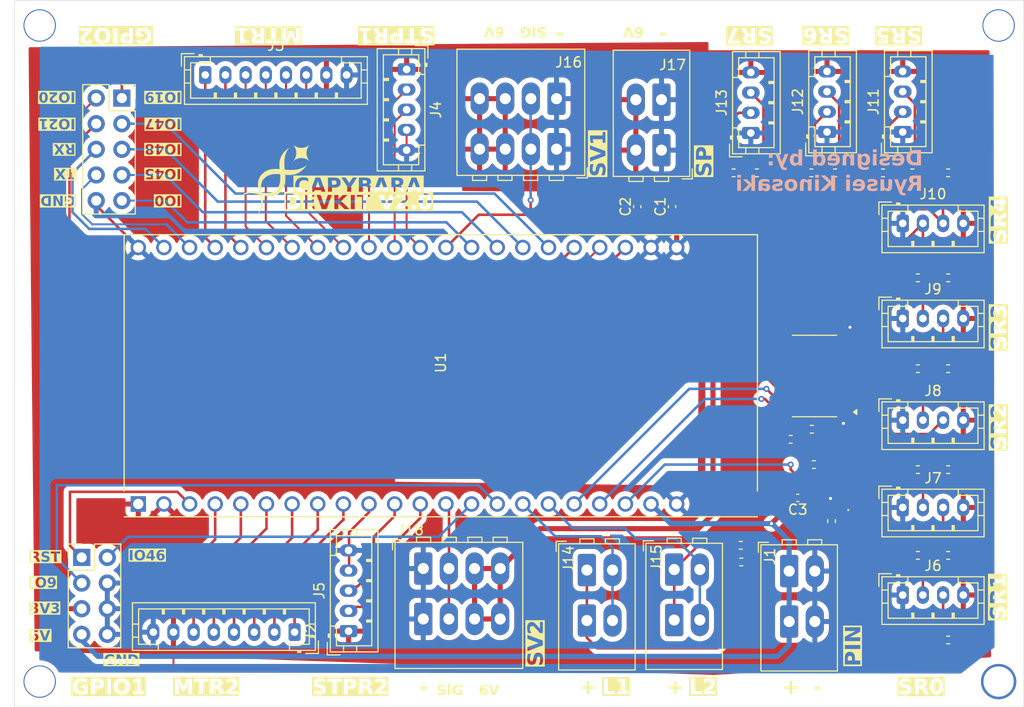
<source format=kicad_pcb>
(kicad_pcb (version 20241229) (generator "pcbnew") (generator_version "9.0")
  (layers (0 "F.Cu" signal) (2 "B.Cu" signal) (13 "F.Paste" user) (15 "B.Paste" user) (5 "F.SilkS" user "F.Silkscreen") (7 "B.SilkS" user "B.Silkscreen") (1 "F.Mask" user) (3 "B.Mask" user) (25 "Edge.Cuts" user))
  (net 0 "")
  (net 1 "+6V")
  (net 2 "GND")
  (net 3 "+5V")
  (net 4 "Net-(D1-A)")
  (net 5 "/IN2_L")
  (net 6 "/IN1_L")
  (net 7 "/IN3_L")
  (net 8 "/ENB_L")
  (net 9 "/IN4_L")
  (net 10 "/ENA_L")
  (net 11 "/ENB_R")
  (net 12 "/IN3_R")
  (net 13 "/IN4_R")
  (net 14 "/IN2_R")
  (net 15 "/IN1_R")
  (net 16 "/ENA_R")
  (net 17 "+3.3V")
  (net 18 "/STPR_DIR1")
  (net 19 "/STPR_EN1")
  (net 20 "/STPR_PUL1")
  (net 21 "/STPR_EN2")
  (net 22 "/STPR_DIR2")
  (net 23 "/STPR_PUL2")
  (net 24 "/SDA0")
  (net 25 "/SCL0")
  (net 26 "/SCL1")
  (net 27 "/SDA1")
  (net 28 "/SDA2")
  (net 29 "/SCL2")
  (net 30 "/SDA3")
  (net 31 "/SCL3")
  (net 32 "/SCL4")
  (net 33 "/SDA4")
  (net 34 "/SCL5")
  (net 35 "/SDA5")
  (net 36 "/SCL6")
  (net 37 "/SDA6")
  (net 38 "/SDA7")
  (net 39 "/SCL7")
  (net 40 "Net-(J14-Pin_1)")
  (net 41 "/LimSwitch_IN1")
  (net 42 "Net-(J15-Pin_1)")
  (net 43 "/SERVO_PWM1")
  (net 44 "/SERVO_PWM2")
  (net 45 "/SCL")
  (net 46 "/SDA")
  (net 47 "/Tx")
  (net 48 "/IO47")
  (net 49 "/IO0")
  (net 50 "/IO19")
  (net 51 "/IO45")
  (net 52 "/IO9")
  (net 53 "/IO48")
  (net 54 "/IO46")
  (net 55 "/IO21")
  (net 56 "/LimSwitch_IN2")
  (net 57 "/Rx")
  (net 58 "/IO20")
  (net 59 "/RST_ESP")
  (net 60 "/RST")
  (footprint "Connector_JST:JST_PH_B4B-PH-K_1x04_P2.00mm_Vertical" (layer "F.Cu") (at 213.5 109.75)
    (property "Reference" "J7")
    (property "Value" "Conn_01x04")
  )
  (footprint "TerminalBlock_WAGO:TerminalBlock_WAGO_233-504_2x04_P2.54mm" (layer "F.Cu") (at 179.2 74.25 180)
    (property "Reference" "J16")
    (property "Value" "Conn_01x04")
  )
  (footprint "Resistor_SMD:R_0402_1005Metric" (layer "F.Cu") (at 197.5 115.15)
    (property "Reference" "R20" (hide yes))
    (property "Value" "4.7kR")
  )
  (footprint "Resistor_SMD:R_0402_1005Metric" (layer "F.Cu") (at 214.45 76.6)
    (property "Reference" "R14" (hide yes))
    (property "Value" "4.7kR")
  )
  (footprint "Resistor_SMD:R_0402_1005Metric" (layer "F.Cu") (at 197.45 113.5)
    (property "Reference" "R21" (hide yes))
    (property "Value" "4.7kR")
  )
  (footprint "Resistor_SMD:R_0402_1005Metric" (layer "F.Cu") (at 211.55 76.6)
    (property "Reference" "R15" (hide yes))
    (property "Value" "4.7kR")
  )
  (footprint "Resistor_SMD:R_0402_1005Metric" (layer "F.Cu") (at 196.75 76.6)
    (property "Reference" "R19" (hide yes))
    (property "Value" "4.7kR")
  )
  (footprint "Resistor_SMD:R_0402_1005Metric" (layer "F.Cu") (at 215 96)
    (property "Reference" "R9" (hide yes))
    (property "Value" "4.7kR")
  )
  (footprint "Connector_JST:JST_PH_B4B-PH-K_1x04_P2.00mm_Vertical" (layer "F.Cu") (at 213.5 81.6)
    (property "Reference" "J10")
    (property "Value" "Conn_01x04")
  )
  (footprint "Connector_JST:JST_PH_B4B-PH-K_1x04_P2.00mm_Vertical" (layer "F.Cu") (at 198.45 72.65 90)
    (property "Reference" "J13")
    (property "Value" "Conn_01x04")
  )
  (footprint "TerminalBlock_WAGO:TerminalBlock_WAGO_233-502_2x02_P2.54mm" (layer "F.Cu") (at 189.6 74.35 180)
    (property "Reference" "J17")
    (property "Value" "Conn_01x02")
  )
  (footprint "Resistor_SMD:R_0402_1005Metric" (layer "F.Cu") (at 215 87)
    (property "Reference" "R13" (hide yes))
    (property "Value" "4.7kR")
  )
  (footprint "Capacitor_SMD:C_0402_1005Metric" (layer "F.Cu") (at 187.2 79.95 90)
    (property "Reference" "C2")
    (property "Value" "47uF")
  )
  (footprint "Resistor_SMD:R_0402_1005Metric" (layer "F.Cu") (at 218 76.6)
    (property "Reference" "R12" (hide yes))
    (property "Value" "4.7kR")
  )
  (footprint "Resistor_SMD:R_0402_1005Metric" (layer "F.Cu") (at 204.7 105.5)
    (property "Reference" "R22" (hide yes))
    (property "Value" "4.7kR")
  )
  (footprint "CapyController-Footprints:XCVR_ESP32-S3-DEVKITC-1-N8R2" (layer "F.Cu") (at 167.735 95.425 90)
    (property "Reference" "U1")
    (property "Value" "ESP32-S3-DEVKITC-1-N8R2")
  )
  (footprint "Connector_JST:JST_PH_B4B-PH-K_1x04_P2.00mm_Vertical" (layer "F.Cu") (at 206 72.55 90)
    (property "Reference" "J12")
    (property "Value" "Conn_01x04")
  )
  (footprint "Connector_JST:JST_PH_B4B-PH-K_1x04_P2.00mm_Vertical" (layer "F.Cu") (at 213.5 101.1)
    (property "Reference" "J8")
    (property "Value" "Conn_01x04")
  )
  (footprint "Resistor_SMD:R_0402_1005Metric" (layer "F.Cu") (at 218 114.5)
    (property "Reference" "R6" (hide yes))
    (property "Value" "4.7kR")
  )
  (footprint "Capacitor_SMD:C_0402_1005Metric" (layer "F.Cu") (at 190.65 79.95 90)
    (property "Reference" "C1")
    (property "Value" "100nF")
  )
  (footprint "Package_SO:TSSOP-24_4.4x7.8mm_P0.65mm" (layer "F.Cu") (at 204.7625 96.725 180)
    (property "Reference" "U2" (hide yes))
    (property "Value" "TCA9548APWR")
  )
  (footprint "CapyPower_Footprints:IPRL_Helix_14mm" (layer "F.Cu") (at 151.15 77.4)
    (property "Reference" "G***" (hide yes))
    (property "Value" "LOGO" (hide yes))
  )
  (footprint "Connector_PinHeader_2.54mm:PinHeader_2x04_P2.54mm_Vertical" (layer "F.Cu") (at 132.16 114.7)
    (property "Reference" "J19" (hide yes))
    (property "Value" "Conn_02x04_Top_Bottom")
  )
  (footprint "LED_SMD:LED_0402_1005Metric" (layer "F.Cu") (at 208.1 111.1 -90)
    (property "Reference" "D1" (hide yes))
    (property "Value" "LED" (hide yes))
  )
  (footprint "Connector_JST:JST_PH_B5B-PH-K_1x05_P2.00mm_Vertical" (layer "F.Cu") (at 164.35 66.35 -90)
    (property "Reference" "J4")
    (property "Value" "Conn_01x04")
  )
  (footprint "Connector_JST:JST_PH_B8B-PH-K_1x08_P2.00mm_Vertical" (layer "F.Cu") (at 144.4 66.9)
    (property "Reference" "J3")
    (property "Value" "Conn_01x08")
  )
  (footprint "Connector_JST:JST_PH_B8B-PH-K_1x08_P2.00mm_Vertical" (layer "F.Cu") (at 153.25 122.1 180)
    (property "Reference" "J2")
    (property "Value" "Conn_01x08")
  )
  (footprint "Resistor_SMD:R_0402_1005Metric" (layer "F.Cu") (at 206.8 76.6)
    (property "Reference" "R16" (hide yes))
    (property "Value" "4.7kR")
  )
  (footprint "Resistor_SMD:R_0402_1005Metric" (layer "F.Cu") (at 206.45 111.1 90)
    (property "Reference" "R1" (hide yes))
    (property "Value" "140R" (hide yes))
  )
  (footprint "Resistor_SMD:R_0402_1005Metric" (layer "F.Cu") (at 204.5 102 180)
    (property "Reference" "R2" (hide yes))
    (property "Value" "4.7kR" (hide yes))
  )
  (footprint "Resistor_SMD:R_0402_1005Metric" (layer "F.Cu") (at 204.45 76.6)
    (property "Reference" "R17" (hide yes))
    (property "Value" "4.7kR")
  )
  (footprint "Connector_JST:JST_PH_B4B-PH-K_1x04_P2.00mm_Vertical" (layer "F.Cu") (at 213.5 91.025)
    (property "Reference" "J9")
    (property "Value" "Conn_01x04")
  )
  (footprint "Resistor_SMD:R_0402_1005Metric" (layer "F.Cu") (at 215 114.5)
    (property "Reference" "R5" (hide yes))
    (property "Value" "4.7kR")
  )
  (footprint "TerminalBlock_WAGO:TerminalBlock_WAGO_233-502_2x02_P2.54mm" (layer "F.Cu") (at 182.21 115.95)
    (property "Reference" "J14")
    (property "Value" "Conn_01x02")
  )
  (footprint "Resistor_SMD:R_0402_1005Metric" (layer "F.Cu") (at 215 106)
    (property "Reference" "R7" (hide yes))
    (property "Value" "4.7kR")
  )
  (footprint "Connector_JST:JST_PH_B4B-PH-K_1x04_P2.00mm_Vertical" (layer "F.Cu") (at 213.5 72.55 90)
    (property "Reference" "J11")
    (property "Value" "Conn_01x04")
  )
  (footprint "Resistor_SMD:R_0402_1005Metric" (layer "F.Cu") (at 218 87 180)
    (property "Reference" "R11" (hide yes))
    (property "Value" "4.7kR")
  )
  (footprint "Capacitor_SMD:C_0402_1005Metric" (layer "F.Cu") (at 203.1 108.8 180)
    (property "Reference" "C3")
    (property "Value" "47uF")
  )
  (footprint "TerminalBlock_WAGO:TerminalBlock_WAGO_233-502_2x02_P2.54mm" (layer "F.Cu") (at 190.86 115.9)
    (property "Reference" "J15")
    (property "Value" "Conn_01x02")
  )
  (footprint "Connector_JST:JST_PH_B4B-PH-K_1x04_P2.00mm_Vertical" (layer "F.Cu") (at 213.5 118.425)
    (property "Reference" "J6")
    (property "Value" "Conn_01x04")
  )
  (footprint "Connector_PinSocket_2.54mm:PinSocket_2x05_P2.54mm_Vertical" (layer "F.Cu") (at 136.14 69.19)
    (property "Reference" "J20" (hide yes))
    (property "Value" "Conn_02x05_Top_Bottom")
  )
  (footprint "Resistor_SMD:R_0402_1005Metric" (layer "F.Cu") (at 199.05 76.6)
    (property "Reference" "R18" (hide yes))
    (property "Value" "4.7kR")
  )
  (footprint "Resistor_SMD:R_0402_1005Metric" (layer "F.Cu") (at 218 122.875)
    (property "Reference" "R4" (hide yes))
    (property "Value" "4.7kR")
  )
  (footprint "Connector_JST:JST_PH_B5B-PH-K_1x05_P2.00mm_Vertical" (layer "F.Cu") (at 158.6 122 90)
    (property "Reference" "J5")
    (property "Value" "Conn_01x04")
  )
  (footprint "TerminalBlock_WAGO:TerminalBlock_WAGO_233-504_2x04_P2.54mm" (layer "F.Cu") (at 166 115.8)
    (property "Reference" "J18")
    (property "Value" "Conn_01x04")
  )
  (footprint "Resistor_SMD:R_0402_1005Metric" (layer "F.Cu") (at 218 96)
    (property "Reference" "R10" (hide yes))
    (property "Value" "4.7kR")
  )
  (footprint "TerminalBlock_WAGO:TerminalBlock_WAGO_233-502_2x02_P2.54mm" (layer "F.Cu") (at 202.25 116.05)
    (property "Reference" "J1")
    (property "Value" "Conn_01x02")
  )
  (footprint "Resistor_SMD:R_0402_1005Metric" (layer "F.Cu") (at 202.4 103)
    (property "Reference" "R3" (hide yes))
    (property "Value" "4.7kR" (hide yes))
  )
  (footprint "Resistor_SMD:R_0402_1005Metric" (layer "F.Cu") (at 218 106)
    (property "Reference" "R8" (hide yes))
    (property "Value" "4.7kR")
  )
  (gr_rect (start 125.5 59.5) (end 225.5 129.5) (stroke (width 0.05)) (fill no) (layer "Edge.Cuts"))
  (gr_text "GND" (at 134.35 125.5 0) (layer "F.SilkS" knockout) (effects (font (size 1 1) (thickness 0.25) (bold yes)) (justify left bottom)))
  (gr_text "RX" (at 131.55 73.6 180) (layer "F.SilkS" knockout) (effects (font (size 1 1) (thickness 0.25) (bold yes)) (justify left bottom)))
  (gr_text "CAPYBARA" (at 153.2 78.85 0) (layer "F.SilkS" knockout) (effects (font (size 1.5 1.5) (thickness 0.3) (bold yes)) (justify left bottom)))
  (gr_text "IO0" (at 142.05 78.7 180) (layer "F.SilkS" knockout) (effects (font (size 1 1) (thickness 0.25) (bold yes)) (justify left bottom)))
  (gr_text "SIG" (at 178.25 62 180) (layer "F.SilkS") (effects (font (size 1 1) (thickness 0.25) (bold yes)) (justify left bottom)))
  (gr_text "GND" (at 131.55 78.7 180) (layer "F.SilkS" knockout) (effects (font (size 1 1) (thickness 0.25) (bold yes)) (justify left bottom)))
  (gr_text "IO48" (at 142.05 73.6 180) (layer "F.SilkS" knockout) (effects (font (size 1 1) (thickness 0.25) (bold yes)) (justify left bottom)))
  (gr_text "+" (at 190.1 128.5 0) (layer "F.SilkS") (effects (font (size 1.5 1.5) (thickness 0.3) (bold yes)) (justify left bottom)))
  (gr_text "TX" (at 131.55 76.05 180) (layer "F.SilkS" knockout) (effects (font (size 1 1) (thickness 0.25) (bold yes)) (justify left bottom)))
  (gr_text "SV2" (at 178.1 125.5 90) (layer "F.SilkS" knockout) (effects (font (size 1.5 1.5) (thickness 0.3) (bold yes)) (justify left bottom)))
  (gr_text "+" (at 181.45 128.5 0) (layer "F.SilkS") (effects (font (size 1.5 1.5) (thickness 0.3) (bold yes)) (justify left bottom)))
  (gr_text "L1" (at 183.7 128.5 0) (layer "F.SilkS" knockout) (effects (font (size 1.5 1.5) (thickness 0.3) (bold yes)) (justify left bottom)))
  (gr_text "IO47" (at 142.05 71.1 180) (layer "F.SilkS" knockout) (effects (font (size 1 1) (thickness 0.25) (bold yes)) (justify left bottom)))
  (gr_text "SR3" (at 224 94.2 90) (layer "F.SilkS" knockout) (effects (font (size 1.5 1.5) (thickness 0.3) (bold yes)) (justify left bottom)))
  (gr_text "L2" (at 192.3 128.5 0) (layer "F.SilkS" knockout) (effects (font (size 1.5 1.5) (thickness 0.3) (bold yes)) (justify left bottom)))
  (gr_text "GPIO2" (at 139.15 62 180) (layer "F.SilkS" knockout) (effects (font (size 1.5 1.5) (thickness 0.3) (bold yes)) (justify left bottom)))
  (gr_text "IO45" (at 142.05 76.05 180) (layer "F.SilkS" knockout) (effects (font (size 1 1) (thickness 0.25) (bold yes)) (justify left bottom)))
  (gr_text "SR1" (at 223.925 120.925 90) (layer "F.SilkS" knockout) (effects (font (size 1.5 1.5) (thickness 0.3) (bold yes)) (justify left bottom)))
  (gr_text "-" (at 179.95 62 180) (layer "F.SilkS") (effects (font (size 1.5 1.5) (thickness 0.3) (bold yes)) (justify left bottom)))
  (gr_text "-" (at 165.65 128.5 0) (layer "F.SilkS") (effects (font (size 1.5 1.5) (thickness 0.3) (bold yes)) (justify left bottom)))
  (gr_text "SR2" (at 224 104.1 90) (layer "F.SilkS" knockout) (effects (font (size 1.5 1.5) (thickness 0.3) (bold yes)) (justify left bottom)))
  (gr_text "IO9" (at 127 117.85 0) (layer "F.SilkS" knockout) (effects (font (size 1 1) (thickness 0.25) (bold yes)) (justify left bottom)))
  (gr_text "6V" (at 187.85 62 180) (layer "F.SilkS") (effects (font (size 1 1) (thickness 0.25) (bold yes)) (justify left bottom)))
  (gr_text "SR7" (at 200.6 62 180) (layer "F.SilkS" knockout) (effects (font (size 1.5 1.5) (thickness 0.3) (bold yes)) (justify left bottom)))
  (gr_text "SP" (at 194.8 77 90) (layer "F.SilkS" knockout) (effects (font (size 1.5 1.5) (thickness 0.3) (bold yes)) (justify left bottom)))
  (gr_text "STPR2" (at 155 128.5 0) (layer "F.SilkS" knockout) (effects (font (size 1.5 1.5) (thickness 0.3) (bold yes)) (justify left bottom)))
  (gr_text "-" (at 190.2 62 180) (layer "F.SilkS") (effects (font (size 1.5 1.5) (thickness 0.3) (bold yes)) (justify left bottom)))
  (gr_text "SR5" (at 215.4 62 180) (layer "F.SilkS" knockout) (effects (font (size 1.5 1.5) (thickness 0.3) (bold yes)) (justify left bottom)))
  (gr_text "GPIO1" (at 131.2 128.5 0) (layer "F.SilkS" knockout) (effects (font (size 1.5 1.5) (thickness 0.3) (bold yes)) (justify left bottom)))
  (gr_text "MTR1" (at 153.95 62 180) (layer "F.SilkS" knockout) (effects (font (size 1.5 1.5) (thickness 0.3) (bold yes)) (justify left bottom)))
  (gr_text "SR6" (at 208.2 62 180) (layer "F.SilkS" knockout) (effects (font (size 1.5 1.5) (thickness 0.3) (bold yes)) (justify left bottom)))
  (gr_text "MTR2" (at 141.2 128.5 0) (layer "F.SilkS" knockout) (effects (font (size 1.5 1.5) (thickness 0.3) (bold yes)) (justify left bottom)))
  (gr_text "IO21" (at 131.55 71.1 180) (layer "F.SilkS" knockout) (effects (font (size 1 1) (thickness 0.25) (bold yes)) (justify left bottom)))
  (gr_text "SIG" (at 167.3 128.5 0) (layer "F.SilkS") (effects (font (size 1 1) (thickness 0.25) (bold yes)) (justify left bottom)))
  (gr_text "-" (at 204.55 128.5 0) (layer "F.SilkS") (effects (font (size 1.5 1.5) (thickness 0.3) (bold yes)) (justify left bottom)))
  (gr_text "6V" (at 171.5 128.5 0) (layer "F.SilkS") (effects (font (size 1 1) (thickness 0.25) (bold yes)) (justify left bottom)))
  (gr_text "+" (at 201.55 128.5 0) (layer "F.SilkS") (effects (font (size 1.5 1.5) (thickness 0.3) (bold yes)) (justify left bottom)))
  (gr_text "PIN" (at 209.55 125.5 90) (layer "F.SilkS" knockout) (effects (font (size 1.5 1.5) (thickness 0.3) (bold yes)) (justify left bottom)))
  (gr_text "RST" (at 127 115.3 0) (layer "F.SilkS" knockout) (effects (font (size 1 1) (thickness 0.25) (bold yes)) (justify left bottom)))
  (gr_text "STPR1" (at 167.1 62 180) (layer "F.SilkS" knockout) (effects (font (size 1.5 1.5) (thickness 0.3) (bold yes)) (justify left bottom)))
  (gr_text "IO19" (at 142.05 68.45 180) (layer "F.SilkS" knockout) (effects (font (size 1 1) (thickness 0.25) (bold yes)) (justify left bottom)))
  (gr_text "IO20" (at 131.55 68.45 180) (layer "F.SilkS" knockout) (effects (font (size 1 1) (thickness 0.25) (bold yes)) (justify left bottom)))
  (gr_text "SR4" (at 224 83.6 90) (layer "F.SilkS" knockout) (effects (font (size 1.5 1.5) (thickness 0.3) (bold yes)) (justify left bottom)))
  (gr_text "6V" (at 174.05 62 180) (layer "F.SilkS") (effects (font (size 1 1) (thickness 0.25) (bold yes)) (justify left bottom)))
  (gr_text "SR0" (at 213 128.5 0) (layer "F.SilkS" knockout) (effects (font (size 1.5 1.5) (thickness 0.3) (bold yes)) (justify left bottom)))
  (gr_text "IO46" (at 136.8 115.15 0) (layer "F.SilkS" knockout) (effects (font (size 1 1) (thickness 0.25) (bold yes)) (justify left bottom)))
  (gr_text "3V3" (at 127 120.4 0) (layer "F.SilkS" knockout) (effects (font (size 1 1) (thickness 0.25) (bold yes)) (justify left bottom)))
  (gr_text "SV1" (at 184.3 77 90) (layer "F.SilkS" knockout) (effects (font (size 1.5 1.5) (thickness 0.3) (bold yes)) (justify left bottom)))
  (gr_text "DEVKIT V2.0" (at 152.2 80.45 0) (layer "F.SilkS" knockout) (effects (font (size 1.5 1.5) (thickness 0.3) (bold yes)) (justify left bottom)))
  (gr_text "5V" (at 127 123.1 0) (layer "F.SilkS" knockout) (effects (font (size 1 1) (thickness 0.25) (bold yes)) (justify left bottom)))
  (gr_text "Designed by:\nRyusei Kinosaki" (at 215.5 78.64 0) (layer "B.SilkS") (effects (font (size 1.5 1.5) (thickness 0.25) (bold yes)) (justify left bottom mirror)))
  (via (at 223 62) (size 3.2) (drill 3) (layers "F.Cu" "B.Cu") (net 0))
  (via (at 128 127) (size 3.2) (drill 3) (layers "F.Cu" "B.Cu") (net 0))
  (via (at 128 62) (size 3.2) (drill 3) (layers "F.Cu" "B.Cu") (net 0))
  (via (at 223 127) (size 3.5) (drill 3) (layers "F.Cu" "B.Cu") (net 0))
  (segment (start 171.08 115.8) (end 171.08 120.8) (width 0.508) (layer "F.Cu") (net 1))
  (segment (start 171.08 115.8) (end 173.62 115.8) (width 0.508) (layer "F.Cu") (net 1))
  (segment (start 187.06 78.335) (end 187.2 78.475) (width 0.508) (layer "F.Cu") (net 1))
  (segment (start 192.47 80.32) (end 194.7 82.55) (width 0.508) (layer "F.Cu") (net 1))
  (segment (start 171.08 120.8) (end 173.62 120.8) (width 0.508) (layer "F.Cu") (net 1))
  (segment (start 187.06 74.35) (end 187.06 78.335) (width 0.508) (layer "F.Cu") (net 1))
  (segment (start 192.47 80.295) (end 192.47 80.32) (width 0.508) (layer "F.Cu") (net 1))
  (segment (start 194.7 82.55) (end 194.7 110.4) (width 0.508) (layer "F.Cu") (net 1))
  (segment (start 173.62 120.8) (end 173.62 115.8) (width 0.508) (layer "F.Cu") (net 1))
  (segment (start 193.25 111.85) (end 177.57 111.85) (width 0.508) (layer "F.Cu") (net 1))
  (segment (start 190.65 78.475) (end 192.47 80.295) (width 0.508) (layer "F.Cu") (net 1))
  (segment (start 187.2 78.475) (end 190.65 78.475) (width 0.508) (layer "F.Cu") (net 1))
  (segment (start 194.7 110.4) (end 193.25 111.85) (width 0.508) (layer "F.Cu") (net 1))
  (segment (start 177.57 111.85) (end 173.62 115.8) (width 0.508) (layer "F.Cu") (net 1))
  (segment (start 207.625 100.3) (end 207.625 101.425) (width 0.254) (layer "F.Cu") (net 2))
  (segment (start 137.765 83.995) (end 133.6 79.83) (width 0.254) (layer "F.Cu") (net 2))
  (segment (start 206.285 108.8) (end 206.3425 108.8575) (width 0.254) (layer "F.Cu") (net 2))
  (segment (start 204.9 96.087499) (end 202.637499 98.35) (width 0.254) (layer "F.Cu") (net 2))
  (segment (start 191.105 81.88) (end 190.65 81.425) (width 0.508) (layer "F.Cu") (net 2))
  (segment (start 204.9 93.9) (end 204.9 96.087499) (width 0.254) (layer "F.Cu") (net 2))
  (segment (start 207.625 92.55) (end 208.275 91.9) (width 0.254) (layer "F.Cu") (net 2))
  (segment (start 207.625 100.3) (end 207.625 99.65) (width 0.254) (layer "F.Cu") (net 2))
  (segment (start 207.625 93.15) (end 205.65 93.15) (width 0.254) (layer "F.Cu") (net 2))
  (segment (start 204.575 108.8) (end 206.285 108.8) (width 0.254) (layer "F.Cu") (net 2))
  (segment (start 137.71 83.94) (end 137.765 83.995) (width 0.254) (layer "F.Cu") (net 2))
  (segment (start 205.65 93.15) (end 204.9 93.9) (width 0.254) (layer "F.Cu") (net 2))
  (segment (start 206.3425 108.8575) (end 208.1 110.615) (width 0.254) (layer "F.Cu") (net 2))
  (segment (start 191.105 83.995) (end 191.105 81.88) (width 0.508) (layer "F.Cu") (net 2))
  (segment (start 202.637499 98.35) (end 201.9 98.35) (width 0.254) (layer "F.Cu") (net 2))
  (segment (start 207.625 93.15) (end 207.625 92.55) (width 0.254) (layer "F.Cu") (net 2))
  (segment (start 187.2 81.425) (end 190.65 81.425) (width 0.508) (layer "F.Cu") (net 2))
  (segment (start 133.6 79.83) (end 133.6 79.35) (width 0.254) (layer "F.Cu") (net 2))
  (via (at 206.3425 108.8575) (size 0.6) (drill 0.3) (layers "F.Cu" "B.Cu") (net 2))
  (via (at 208.275 91.9) (size 0.6) (drill 0.3) (layers "F.Cu" "B.Cu") (net 2))
  (via (at 207.625 101.425) (size 0.6) (drill 0.3) (layers "F.Cu" "B.Cu") (net 2))
  (segment (start 206.45 110.59) (end 201.99 110.59) (width 0.254) (layer "F.Cu") (net 3))
  (segment (start 201.99 110.59) (end 201.625 110.225) (width 0.254) (layer "F.Cu") (net 3))
  (segment (start 201.625 110.225) (end 200.5 111.35) (width 0.508) (layer "F.Cu") (net 3))
  (segment (start 201.625 108.8) (end 201.625 110.225) (width 0.508) (layer "F.Cu") (net 3))
  (segment (start 206.42 110.62) (end 206.45 110.59) (width 0.254) (layer "F.Cu") (net 3))
  (via (at 200.5 111.35) (size 0.6) (drill 0.3) (layers "F.Cu" "B.Cu") (net 3))
  (segment (start 200.55 111.35) (end 202.25 113.05) (width 0.508) (layer "B.Cu") (net 3))
  (segment (start 133.75 124.5) (end 201.1 124.5) (width 0.508) (layer "B.Cu") (net 3))
  (segment (start 202.25 113.05) (end 202.25 116.05) (width 0.508) (layer "B.Cu") (net 3))
  (segment (start 132.16 122.32) (end 132.16 122.91) (width 0.508) (layer "B.Cu") (net 3))
  (segment (start 200.5 111.35) (end 200.55 111.35) (width 0.508) (layer "B.Cu") (net 3))
  (segment (start 132.16 122.91) (end 133.75 124.5) (width 0.508) (layer "B.Cu") (net 3))
  (segment (start 188.565 109.405) (end 190.51 111.35) (width 0.508) (layer "B.Cu") (net 3))
  (segment (start 202.25 123.35) (end 202.25 121.05) (width 0.508) (layer "B.Cu") (net 3))
  (segment (start 201.1 124.5) (end 202.25 123.35) (width 0.508) (layer "B.Cu") (net 3))
  (segment (start 190.51 111.35) (end 200.5 111.35) (width 0.508) (layer "B.Cu") (net 3))
  (segment (start 202.25 121.05) (end 202.25 116.05) (width 0.508) (layer "B.Cu") (net 3))
  (segment (start 208.075 111.61) (end 208.1 111.585) (width 0.254) (layer "F.Cu") (net 4))
  (segment (start 206.475 111.585) (end 206.45 111.61) (width 0.254) (layer "F.Cu") (net 4))
  (segment (start 206.45 111.61) (end 208.075 111.61) (width 0.254) (layer "F.Cu") (net 4))
  (segment (start 153.25 115.785) (end 158.085 110.95) (width 0.254) (layer "F.Cu") (net 5))
  (segment (start 153.25 122.1) (end 153.25 115.785) (width 0.254) (layer "F.Cu") (net 5))
  (segment (start 158.085 111.015) (end 158.085 110.95) (width 0.254) (layer "F.Cu") (net 5))
  (segment (start 158.085 110.95) (end 158.085 109.405) (width 0.254) (layer "F.Cu") (net 5))
  (segment (start 151.25 122.1) (end 151.25 116.25) (width 0.254) (layer "F.Cu") (net 6))
  (segment (start 155.545 109.405) (end 155.545 110.355) (width 0.254) (layer "F.Cu") (net 6))
  (segment (start 155.55 111.95) (end 155.545 111.945) (width 0.254) (layer "F.Cu") (net 6))
  (segment (start 155.545 111.945) (end 155.545 109.405) (width 0.254) (layer "F.Cu") (net 6))
  (segment (start 151.25 116.25) (end 155.55 111.95) (width 0.254) (layer "F.Cu") (net 6))
  (segment (start 150.465 111.835) (end 150.465 109.405) (width 0.254) (layer "F.Cu") (net 7))
  (segment (start 150.465 111.835) (end 147.25 115.05) (width 0.254) (layer "F.Cu") (net 7))
  (segment (start 147.25 115.05) (end 147.25 122.1) (width 0.254) (layer "F.Cu") (net 7))
  (segment (start 145.25 115.4) (end 145.25 122.1) (width 0.254) (layer "F.Cu") (net 8))
  (segment (start 147.925 112.725) (end 147.925 109.405) (width 0.254) (layer "F.Cu") (net 8))
  (segment (start 147.925 112.725) (end 145.25 115.4) (width 0.254) (layer "F.Cu") (net 8))
  (segment (start 153.005 112.745) (end 149.25 116.5) (width 0.254) (layer "F.Cu") (net 9))
  (segment (start 149.25 116.5) (end 149.25 122.1) (width 0.254) (layer "F.Cu") (net 9))
  (segment (start 153.005 111.095) (end 153.005 109.405) (width 0.254) (layer "F.Cu") (net 9))
  (segment (start 153.005 111.095) (end 153.005 112.745) (width 0.254) (layer "F.Cu") (net 9))
  (segment (start 143.25 115.05) (end 145.385 112.915) (width 0.254) (layer "F.Cu") (net 10))
  (segment (start 145.385 112.915) (end 145.385 109.405) (width 0.254) (layer "F.Cu") (net 10))
  (segment (start 143.25 122.1) (end 143.25 115.05) (width 0.254) (layer "F.Cu") (net 10))
  (segment (start 152.4 66.9) (end 152.4 80.85) (width 0.2) (layer "F.Cu") (net 11))
  (segment (start 152.4 80.85) (end 155.545 83.995) (width 0.2) (layer "F.Cu") (net 11))
  (segment (start 150.4 66.9) (end 150.4 81.39) (width 0.2) (layer "F.Cu") (net 12))
  (segment (start 150.4 81.39) (end 153.005 83.995) (width 0.2) (layer "F.Cu") (net 12))
  (segment (start 148.4 81.93) (end 150.465 83.995) (width 0.2) (layer "F.Cu") (net 13))
  (segment (start 148.4 66.9) (end 148.4 81.93) (width 0.2) (layer "F.Cu") (net 13))
  (segment (start 144.4 66.9) (end 144.4 83.01) (width 0.254) (layer "F.Cu") (net 14))
  (segment (start 144.4 83.01) (end 145.385 83.995) (width 0.254) (layer "F.Cu") (net 14))
  (segment (start 146.4 82.47) (end 147.925 83.995) (width 0.254) (layer "F.Cu") (net 15))
  (segment (start 146.4 70.4) (end 146.4 66.9) (width 0.254) (layer "F.Cu") (net 15))
  (segment (start 146.4 70.4) (end 146.4 82.47) (width 0.254) (layer "F.Cu") (net 15))
  (segment (start 147.925 83.995) (end 147.75 83.82) (width 0.2) (layer "F.Cu") (net 15))
  (segment (start 154.4 80.31) (end 158.085 83.995) (width 0.2) (layer "F.Cu") (net 16))
  (segment (start 154.4 66.9) (end 154.4 80.31) (width 0.2) (layer "F.Cu") (net 16))
  (segment (start 130.05 120.4) (end 130.05 123.4) (width 0.2) (layer "F.Cu") (net 17))
  (segment (start 198.01 113.55) (end 197.96 113.5) (width 0.254) (layer "F.Cu") (net 17))
  (segment (start 211.04 76.6) (end 211.04 76.66) (width 0.254) (layer "F.Cu") (net 17))
  (segment (start 132.45 125.8) (end 141.225 125.8) (width 0.2) (layer "F.Cu") (net 17))
  (segment (start 141.25 125.775) (end 141.25 122.1) (width 0.2) (layer "F.Cu") (net 17))
  (segment (start 141.225 125.8) (end 141.25 125.775) (width 0.2) (layer "F.Cu") (net 17))
  (segment (start 130.67 119.78) (end 130.05 120.4) (width 0.2) (layer "F.Cu") (net 17))
  (segment (start 130.05 123.4) (end 132.45 125.8) (width 0.2) (layer "F.Cu") (net 17))
  (segment (start 198.01 115.15) (end 198.01 113.55) (width 0.254) (layer "F.Cu") (net 17))
  (segment (start 132.16 119.78) (end 130.67 119.78) (width 0.2) (layer "F.Cu") (net 17))
  (segment (start 164.35 70.35) (end 163.165 71.535) (width 0.2) (layer "F.Cu") (net 18))
  (segment (start 163.165 71.535) (end 163.165 83.995) (width 0.2) (layer "F.Cu") (net 18))
  (segment (start 160.625 72.075) (end 164.35 68.35) (width 0.2) (layer "F.Cu") (net 19))
  (segment (start 160.625 83.995) (end 160.625 72.075) (width 0.2) (layer "F.Cu") (net 19))
  (segment (start 164.35 82.64) (end 164.35 72.35) (width 0.2) (layer "F.Cu") (net 20))
  (segment (start 165.705 83.995) (end 164.35 82.64) (width 0.2) (layer "F.Cu") (net 20))
  (segment (start 165.705 110.795) (end 162.45 114.05) (width 0.254) (layer "F.Cu") (net 21))
  (segment (start 165.705 110.795) (end 165.705 109.405) (width 0.254) (layer "F.Cu") (net 21))
  (segment (start 164.05 112.45) (end 165.705 110.795) (width 0.254) (layer "F.Cu") (net 21))
  (segment (start 162.45 114.05) (end 162.45 117.35) (width 0.254) (layer "F.Cu") (net 21))
  (segment (start 158.65 119.6) (end 160.2 119.6) (width 0.254) (layer "F.Cu") (net 21))
  (segment (start 160.2 119.6) (end 162.45 117.35) (width 0.254) (layer "F.Cu") (net 21))
  (segment (start 161.1 115.95) (end 159.45 117.6) (width 0.254) (layer "F.Cu") (net 22))
  (segment (start 162.05 111.7) (end 161.1 112.65) (width 0.254) (layer "F.Cu") (net 22))
  (segment (start 162.05 111.7) (end 163.165 110.585) (width 0.254) (layer "F.Cu") (net 22))
  (segment (start 161.1 112.65) (end 161.1 115.95) (width 0.254) (layer "F.Cu") (net 22))
  (segment (start 163.165 110.585) (end 163.165 109.405) (width 0.254) (layer "F.Cu") (net 22))
  (segment (start 159.45 117.6) (end 158.65 117.6) (width 0.254) (layer "F.Cu") (net 22))
  (segment (start 160.625 110.225) (end 160.625 109.405) (width 0.254) (layer "F.Cu") (net 23))
  (segment (start 158.65 115.6) (end 158.65 112.2) (width 0.254) (layer "F.Cu") (net 23))
  (segment (start 158.65 112.2) (end 160.625 110.225) (width 0.254) (layer "F.Cu") (net 23))
  (segment (start 217.5 118.425) (end 217.5 120.475) (width 0.254) (layer "F.Cu") (net 24))
  (segment (start 209.01 117.41) (end 209.01 99.039446) (width 0.254) (layer "F.Cu") (net 24))
  (segment (start 217.5 120.475) (end 217.5 122.865) (width 0.254) (layer "F.Cu") (net 24))
  (segment (start 212.075 120.475) (end 209.01 117.41) (width 0.254) (layer "F.Cu") (net 24))
  (segment (start 217.5 120.475) (end 212.075 120.475) (width 0.254) (layer "F.Cu") (net 24))
  (segment (start 217.5 122.865) (end 217.49 122.875) (width 0.254) (layer "F.Cu") (net 24))
  (segment (start 209.01 99.039446) (end 208.320554 98.35) (width 0.254) (layer "F.Cu") (net 24))
  (segment (start 208.320554 98.35) (end 207.625 98.35) (width 0.254) (layer "F.Cu") (net 24))
  (segment (start 208.362499 97.7) (end 209.465 98.802501) (width 0.254) (layer "F.Cu") (net 25))
  (segment (start 214.575 112.725) (end 215.51 113.66) (width 0.254) (layer "F.Cu") (net 25))
  (segment (start 215.51 113.66) (end 215.51 114.5) (width 0.254) (layer "F.Cu") (net 25))
  (segment (start 209.465 109.783468) (end 212.406532 112.725) (width 0.254) (layer "F.Cu") (net 25))
  (segment (start 215.5 114.72) (end 215.5 118.425) (width 0.254) (layer "F.Cu") (net 25))
  (segment (start 207.625 97.7) (end 208.362499 97.7) (width 0.254) (layer "F.Cu") (net 25))
  (segment (start 215.51 114.71) (end 215.5 114.72) (width 0.254) (layer "F.Cu") (net 25))
  (segment (start 209.465 98.802501) (end 209.465 109.783468) (width 0.254) (layer "F.Cu") (net 25))
  (segment (start 215.51 114.5) (end 215.51 114.71) (width 0.254) (layer "F.Cu") (net 25))
  (segment (start 212.406532 112.725) (end 214.575 112.725) (width 0.254) (layer "F.Cu") (net 25))
  (segment (start 207.625 96.4) (end 208.362498 96.4) (width 0.254) (layer "F.Cu") (net 26))
  (segment (start 208.362498 96.4) (end 210.375 98.412502) (width 0.254) (layer "F.Cu") (net 26))
  (segment (start 214.05 103.9) (end 215.51 105.36) (width 0.254) (layer "F.Cu") (net 26))
  (segment (start 212.131533 103.9) (end 214.05 103.9) (width 0.254) (layer "F.Cu") (net 26))
  (segment (start 210.375 98.412502) (end 210.375 102.143467) (width 0.254) (layer "F.Cu") (net 26))
  (segment (start 215.51 106) (end 215.51 109.74) (width 0.254) (layer "F.Cu") (net 26))
  (segment (start 215.51 105.36) (end 215.51 106) (width 0.254) (layer "F.Cu") (net 26))
  (segment (start 215.51 109.74) (end 215.5 109.75) (width 0.254) (layer "F.Cu") (net 26))
  (segment (start 210.375 102.143467) (end 212.131533 103.9) (width 0.254) (layer "F.Cu") (net 26))
  (segment (start 208.362499 97.05) (end 209.92 98.607501) (width 0.254) (layer "F.Cu") (net 27))
  (segment (start 217.15 111.8) (end 217.5 111.45) (width 0.254) (layer "F.Cu") (net 27))
  (segment (start 217.49 114.5) (end 217.49 112.14) (width 0.254) (layer "F.Cu") (net 27))
  (segment (start 209.92 98.607501) (end 209.92 109.595) (width 0.254) (layer "F.Cu") (net 27))
  (segment (start 209.92 109.595) (end 212.125 111.8) (width 0.254) (layer "F.Cu") (net 27))
  (segment (start 207.625 97.05) (end 208.362499 97.05) (width 0.254) (layer "F.Cu") (net 27))
  (segment (start 212.125 111.8) (end 217.15 111.8) (width 0.254) (layer "F.Cu") (net 27))
  (segment (start 217.49 112.14) (end 217.15 111.8) (width 0.254) (layer "F.Cu") (net 27))
  (segment (start 217.5 111.45) (end 217.5 109.75) (width 0.254) (layer "F.Cu") (net 27))
  (segment (start 211.35 102.475) (end 216.125 102.475) (width 0.254) (layer "F.Cu") (net 28))
  (segment (start 217.49 103.84) (end 216.125 102.475) (width 0.254) (layer "F.Cu") (net 28))
  (segment (start 207.625 95.75) (end 208.362499 95.75) (width 0.254) (layer "F.Cu") (net 28))
  (segment (start 211.35 98.737501) (end 211.35 102.475) (width 0.254) (layer "F.Cu") (net 28))
  (segment (start 217.49 106) (end 217.49 103.84) (width 0.254) (layer "F.Cu") (net 28))
  (segment (start 216.125 102.475) (end 217.5 101.1) (width 0.254) (layer "F.Cu") (net 28))
  (segment (start 208.362499 95.75) (end 211.35 98.737501) (width 0.254) (layer "F.Cu") (net 28))
  (segment (start 215.51 96) (end 214.61 95.1) (width 0.254) (layer "F.Cu") (net 29))
  (segment (start 214.61 95.1) (end 207.625 95.1) (width 0.254) (layer "F.Cu") (net 29))
  (segment (start 215.51 101.09) (end 215.5 101.1) (width 0.254) (layer "F.Cu") (net 29))
  (segment (start 215.51 96) (end 215.51 101.09) (width 0.254) (layer "F.Cu") (net 29))
  (segment (start 215.94 94.45) (end 207.625 94.45) (width 0.254) (layer "F.Cu") (net 30))
  (segment (start 217.49 96) (end 215.94 94.45) (width 0.254) (layer "F.Cu") (net 30))
  (segment (start 217.5 91.025) (end 217.5 95.99) (width 0.254) (layer "F.Cu") (net 30))
  (segment (start 217.5 95.99) (end 217.49 96) (width 0.254) (layer "F.Cu") (net 30))
  (segment (start 207.625 93.8) (end 208.362499 93.8) (width 0.254) (layer "F.Cu") (net 31))
  (segment (start 215.5 88.99) (end 217.49 87) (width 0.254) (layer "F.Cu") (net 31))
  (segment (start 215.5 91.025) (end 215.5 88.99) (width 0.254) (layer "F.Cu") (net 31))
  (segment (start 213.172499 88.99) (end 215.5 88.99) (width 0.254) (layer "F.Cu") (net 31))
  (segment (start 208.362499 93.8) (end 213.172499 88.99) (width 0.254) (layer "F.Cu") (net 31))
  (segment (start 215.01 91.015) (end 215 91.025) (width 0.254) (layer "F.Cu") (net 31))
  (segment (start 201.9 93.8) (end 202.595554 93.8) (width 0.254) (layer "F.Cu") (net 32))
  (segment (start 212.5 84.6) (end 205.2 84.6) (width 0.254) (layer "F.Cu") (net 32))
  (segment (start 215.5 86.99) (end 215.51 87) (width 0.254) (layer "F.Cu") (net 32))
  (segment (start 215.5 81.6) (end 212.5 84.6) (width 0.254) (layer "F.Cu") (net 32))
  (segment (start 202.595554 93.8) (end 203.125 93.270554) (width 0.254) (layer "F.Cu") (net 32))
  (segment (start 215.5 81.6) (end 215.5 86.99) (width 0.254) (layer "F.Cu") (net 32))
  (segment (start 203.125 86.675) (end 205.2 84.6) (width 0.254) (layer "F.Cu") (net 32))
  (segment (start 203.125 93.270554) (end 203.125 86.675) (width 0.254) (layer "F.Cu") (net 32))
  (segment (start 201.445 86.48) (end 201.445 92.695) (width 0.254) (layer "F.Cu") (net 33))
  (segment (start 207.725 80.2) (end 201.445 86.48) (width 0.254) (layer "F.Cu") (net 33))
  (segment (start 217.5 81.6) (end 216.1 80.2) (width 0.254) (layer "F.Cu") (net 33))
  (segment (start 201.445 92.695) (end 201.9 93.15) (width 0.254) (layer "F.Cu") (net 33))
  (segment (start 217.49 81.59) (end 217.5 81.6) (width 0.254) (layer "F.Cu") (net 33))
  (segment (start 216.1 80.2) (end 207.725 80.2) (width 0.254) (layer "F.Cu") (net 33))
  (segment (start 217.49 76.6) (end 217.49 81.59) (width 0.254) (layer "F.Cu") (net 33))
  (segment (start 212.06 76.6) (end 212.06 72.06) (width 0.254) (layer "F.Cu") (net 34))
  (segment (start 212.06 72.06) (end 212.025 72.025) (width 0.254) (layer "F.Cu") (net 34))
  (segment (start 210.025 77.675) (end 210.985 77.675) (width 0.254) (layer "F.Cu") (net 34))
  (segment (start 199.275 83.618468) (end 204.193468 78.7) (width 0.254) (layer "F.Cu") (net 34))
  (segment (start 204.193468 78.7) (end 209 78.7) (width 0.254) (layer "F.Cu") (net 34))
  (segment (start 210.985 77.675) (end 212.06 76.6) (width 0.254) (layer "F.Cu") (net 34))
  (segment (start 201.9 95.1) (end 201.204446 95.1) (width 0.254) (layer "F.Cu") (net 34))
  (segment (start 199.275 93.170554) (end 199.275 83.618468) (width 0.254) (layer "F.Cu") (net 34))
  (segment (start 201.204446 95.1) (end 199.275 93.170554) (width 0.254) (layer "F.Cu") (net 34))
  (segment (start 212.025 72.025) (end 213.5 70.55) (width 0.254) (layer "F.Cu") (net 34))
  (segment (start 209 78.7) (end 210.025 77.675) (width 0.254) (layer "F.Cu") (net 34))
  (segment (start 213.94 76.6) (end 214.703 75.837) (width 0.254) (layer "F.Cu") (net 35))
  (segment (start 212.19 78.35) (end 210.05 78.35) (width 0.254) (layer "F.Cu") (net 35))
  (segment (start 209.2 79.2) (end 204.405 79.2) (width 0.254) (layer "F.Cu") (net 35))
  (segment (start 213.94 76.6) (end 212.19 78.35) (width 0.254) (layer "F.Cu") (net 35))
  (segment (start 201.204446 94.45) (end 201.9 94.45) (width 0.254) (layer "F.Cu") (net 35))
  (segment (start 199.73 92.975554) (end 201.204446 94.45) (width 0.254) (layer "F.Cu") (net 35))
  (segment (start 214.703 75.837) (end 214.703 69.753) (width 0.254) (layer "F.Cu") (net 35))
  (segment (start 204.405 79.2) (end 199.73 83.875) (width 0.254) (layer "F.Cu") (net 35))
  (segment (start 210.05 78.35) (end 209.2 79.2) (width 0.254) (layer "F.Cu") (net 35))
  (segment (start 199.73 83.875) (end 199.73 92.975554) (width 0.254) (layer "F.Cu") (net 35))
  (segment (start 214.703 69.753) (end 213.5 68.55) (width 0.254) (layer "F.Cu") (net 35))
  (segment (start 198.28 83.28) (end 204.96 76.6) (width 0.254) (layer "F.Cu") (net 36))
  (segment (start 204.797 71.753) (end 204.797 76.437) (width 0.254) (layer "F.Cu") (net 36))
  (segment (start 206 70.55) (end 204.797 71.753) (width 0.254) (layer "F.Cu") (net 36))
  (segment (start 201.9 96.4) (end 201.204446 96.4) (width 0.254) (layer "F.Cu") (net 36))
  (segment (start 204.797 76.437) (end 204.96 76.6) (width 0.254) (layer "F.Cu") (net 36))
  (segment (start 201.204446 96.4) (end 198.28 93.475554) (width 0.254) (layer "F.Cu") (net 36))
  (segment (start 198.28 93.475554) (end 198.28 83.28) (width 0.254) (layer "F.Cu") (net 36))
  (segment (start 204.55 77.7) (end 205.19 77.7) (width 0.254) (layer "F.Cu") (net 37))
  (segment (start 206.29 76.6) (end 207.203 75.687) (width 0.254) (layer "F.Cu") (net 37))
  (segment (start 198.775 83.475) (end 204.55 77.7) (width 0.254) (layer "F.Cu") (net 37))
  (segment (start 207.203 69.753) (end 206 68.55) (width 0.254) (layer "F.Cu") (net 37))
  (segment (start 207.203 75.687) (end 207.203 69.753) (width 0.254) (layer "F.Cu") (net 37))
  (segment (start 201.9 95.75) (end 201.204446 95.75) (width 0.254) (layer "F.Cu") (net 37))
  (segment (start 201.204446 95.75) (end 198.775 93.320554) (width 0.254) (layer "F.Cu") (net 37))
  (segment (start 198.775 93.320554) (end 198.775 83.475) (width 0.254) (layer "F.Cu") (net 37))
  (segment (start 205.19 77.7) (end 206.29 76.6) (width 0.254) (layer "F.Cu") (net 37))
  (segment (start 199.703 69.903) (end 198.45 68.65) (width 0.254) (layer "F.Cu") (net 38))
  (segment (start 198.54 76.6) (end 199.703 75.437) (width 0.254) (layer "F.Cu") (net 38))
  (segment (start 199.703 75.437) (end 199.703 69.903) (width 0.254) (layer "F.Cu") (net 38))
  (segment (start 201.9 97.05) (end 200.9 97.05) (width 0.254) (layer "F.Cu") (net 38))
  (segment (start 197.825 77.315) (end 198.54 76.6) (width 0.254) (layer "F.Cu") (net 38))
  (segment (start 197.825 93.975) (end 197.825 77.315) (width 0.254) (layer "F.Cu") (net 38))
  (segment (start 200.9 97.05) (end 197.825 93.975) (width 0.254) (layer "F.Cu") (net 38))
  (segment (start 200.825 97.7) (end 197.26 94.135) (width 0.254) (layer "F.Cu") (net 39))
  (segment (start 198.45 70.65) (end 197.25 70.65) (width 0.254) (layer "F.Cu") (net 39))
  (segment (start 197.26 94.135) (end 197.26 76.6) (width 0.254) (layer "F.Cu") (net 39))
  (segment (start 197.26 76.6) (end 196.4 75.74) (width 0.254) (layer "F.Cu") (net 39))
  (segment (start 197.25 70.65) (end 196.4 71.5) (width 0.254) (layer "F.Cu") (net 39))
  (segment (start 201.9 97.7) (end 200.825 97.7) (width 0.254) (layer "F.Cu") (net 39))
  (segment (start 196.4 75.74) (end 196.4 71.5) (width 0.254) (layer "F.Cu") (net 39))
  (segment (start 182.21 115.95) (end 182.21 120.95) (width 0.254) (layer "F.Cu") (net 40))
  (segment (start 195.15 123.7) (end 196.99 121.86) (width 0.254) (layer "F.Cu") (net 40))
  (segment (start 196.99 121.86) (end 196.99 115.15) (width 0.254) (layer "F.Cu") (net 40))
  (segment (start 182.21 120.95) (end 182.21 122.66) (width 0.254) (layer "F.Cu") (net 40))
  (segment (start 182.21 122.66) (end 183.25 123.7) (width 0.254) (layer "F.Cu") (net 40))
  (segment (start 183.25 123.7) (end 195.15 123.7) (width 0.254) (layer "F.Cu") (net 40))
  (segment (start 175.865 109.405) (end 179.06 112.6) (width 0.254) (layer "B.Cu") (net 41))
  (segment (start 179.06 112.6) (end 183.6 112.6) (width 0.254) (layer "B.Cu") (net 41))
  (segment (start 184.75 113.75) (end 184.75 115.95) (width 0.254) (layer "B.Cu") (net 41))
  (segment (start 183.6 112.6) (end 184.75 113.75) (width 0.254) (layer "B.Cu") (net 41))
  (segment (start 184.75 115.95) (end 184.75 120.95) (width 0.254) (layer "B.Cu") (net 41))
  (segment (start 193.26 113.5) (end 196.94 113.5) (width 0.254) (layer "F.Cu") (net 42))
  (segment (start 190.86 115.9) (end 193.26 113.5) (width 0.254) (layer "F.Cu") (net 42))
  (segment (start 190.86 120.9) (end 190.86 115.9) (width 0.254) (layer "F.Cu") (net 42))
  (segment (start 171.49 80.75) (end 176.5 80.75) (width 0.254) (layer "F.Cu") (net 43))
  (segment (start 176.65 80.47) (end 176.64 80.46) (width 0.254) (layer "F.Cu") (net 43))
  (segment (start 176.5 80.75) (end 176.65 80.6) (width 0.254) (layer "F.Cu") (net 43))
  (segment (start 176.64 80.46) (end 176.64 79.3) (width 0.254) (layer "F.Cu") (net 43))
  (segment (start 176.65 80.6) (end 176.65 80.47) (width 0.254) (layer "F.Cu") (net 43))
  (segment (start 168.245 83.995) (end 171.49 80.75) (width 0.254) (layer "F.Cu") (net 43))
  (via (at 176.64 79.3) (size 0.6) (drill 0.3) (layers "F.Cu" "B.Cu") (net 43))
  (segment (start 176.64 75.8) (end 176.64 70.8) (width 0.254) (layer "B.Cu") (net 43))
  (segment (start 176.64 79.3) (end 176.64 75.8) (width 0.254) (layer "B.Cu") (net 43))
  (segment (start 168.55 109.71) (end 168.55 115.79) (width 0.254) (layer "F.Cu") (net 44))
  (segment (start 168.54 120.8) (end 168.54 115.8) (width 0.254) (layer "F.Cu") (net 44))
  (segment (start 168.55 115.79) (end 168.54 115.8) (width 0.2) (layer "F.Cu") (net 44))
  (segment (start 168.245 109.405) (end 168.55 109.71) (width 0.2) (layer "F.Cu") (net 44))
  (segment (start 202.637499 99) (end 201.9 99) (width 0.2) (layer "F.Cu") (net 45))
  (segment (start 201 99) (end 201.9 99) (width 0.254) (layer "F.Cu") (net 45))
  (segment (start 203.99 102) (end 203.99 100.352501) (width 0.2) (layer "F.Cu") (net 45))
  (segment (start 203.99 100.352501) (end 203.49 99.852501) (width 0.2) (layer "F.Cu") (net 45))
  (segment (start 203.49 99.852501) (end 202.637499 99) (width 0.2) (layer "F.Cu") (net 45))
  (segment (start 200 98) (end 201 99) (width 0.254) (layer "F.Cu") (net 45))
  (via (at 200 98) (size 0.6) (drill 0.3) (layers "F.Cu" "B.Cu") (net 45))
  (segment (start 200 98) (end 192.35 98) (width 0.254) (layer "B.Cu") (net 45))
  (segment (start 192.35 98) (end 180.945 109.405) (width 0.254) (layer "B.Cu") (net 45))
  (segment (start 200.5 99.65) (end 201.9 99.65) (width 0.254) (layer "F.Cu") (net 46))
  (segment (start 199.5 99) (end 199.85 99) (width 0.254) (layer "F.Cu") (net 46))
  (segment (start 203 100.012501) (end 202.637499 99.65) (width 0.254) (layer "F.Cu") (net 46))
  (segment (start 202.637499 99.65) (end 201.9 99.65) (width 0.254) (layer "F.Cu") (net 46))
  (segment (start 199.85 99) (end 200.5 99.65) (width 0.254) (layer "F.Cu") (net 46))
  (segment (start 203 103.06) (end 203 100.012501) (width 0.254) (layer "F.Cu") (net 46))
  (via (at 199.5 99) (size 0.6) (drill 0.3) (layers "F.Cu" "B.Cu") (net 46))
  (segment (start 193.89 99) (end 183.485 109.405) (width 0.254) (layer "B.Cu") (net 46))
  (segment (start 199.5 99) (end 193.89 99) (width 0.254) (layer "B.Cu") (net 46))
  (segment (start 132.2 78.21) (end 132.2 80.7) (width 0.2) (layer "B.Cu") (net 47))
  (segment (start 132.2 80.7) (end 133.2 81.7) (width 0.2) (layer "B.Cu") (net 47))
  (segment (start 133.6 76.81) (end 132.2 78.21) (width 0.2) (layer "B.Cu") (net 47))
  (segment (start 140.55 81.7) (end 142.845 83.995) (width 0.254) (layer "B.Cu") (net 47))
  (segment (start 133.2 81.7) (end 140.55 81.7) (width 0.2) (layer "B.Cu") (net 47))
  (segment (start 140.445 71.705) (end 140.42 71.73) (width 0.254) (layer "B.Cu") (net 48))
  (segment (start 147.39 78.65) (end 140.445 71.705) (width 0.254) (layer "B.Cu") (net 48))
  (segment (start 173.06 78.65) (end 147.39 78.65) (width 0.254) (layer "B.Cu") (net 48))
  (segment (start 178.405 83.995) (end 173.06 78.65) (width 0.254) (layer "B.Cu") (net 48))
  (segment (start 140.42 71.73) (end 136.14 71.73) (width 0.254) (layer "B.Cu") (net 48))
  (segment (start 140.47 79.35) (end 140.56 79.44) (width 0.2) (layer "B.Cu") (net 49))
  (segment (start 136.14 79.35) (end 140.47 79.35) (width 0.2) (layer "B.Cu") (net 49))
  (segment (start 142.62 81.5) (end 168.29 81.5) (width 0.254) (layer "B.Cu") (net 49))
  (segment (start 168.29 81.5) (end 170.785 83.995) (width 0.254) (layer "B.Cu") (net 49))
  (segment (start 140.56 79.44) (end 142.62 81.5) (width 0.254) (layer "B.Cu") (net 49))
  (segment (start 136.14 66.74) (end 136.14 69.19) (width 0.254) (layer "F.Cu") (net 50))
  (segment (start 135.55 66.15) (end 136.14 66.74) (width 0.254) (layer "F.Cu") (net 50))
  (segment (start 180.37 89.65) (end 134.6 89.65) (width 0.254) (layer "F.Cu") (net 50))
  (segment (start 132.3 66.15) (end 135.55 66.15) (width 0.254) (layer "F.Cu") (net 50))
  (segment (start 129.85 68.6) (end 132.3 66.15) (width 0.254) (layer "F.Cu") (net 50))
  (segment (start 186.025 83.995) (end 180.37 89.65) (width 0.254) (layer "F.Cu") (net 50))
  (segment (start 129.85 84.9) (end 129.85 68.6) (width 0.254) (layer "F.Cu") (net 50))
  (segment (start 134.6 89.65) (end 129.85 84.9) (width 0.254) (layer "F.Cu") (net 50))
  (segment (start 169.83 80.5) (end 144.16 80.5) (width 0.254) (layer "B.Cu") (net 51))
  (segment (start 144.16 80.5) (end 140.505 76.845) (width 0.254) (layer "B.Cu") (net 51))
  (segment (start 136.14 76.81) (end 140.47 76.81) (width 0.2) (layer "B.Cu") (net 51))
  (segment (start 140.47 76.81) (end 140.505 76.845) (width 0.2) (layer "B.Cu") (net 51))
  (segment (start 173.325 83.995) (end 169.83 80.5) (width 0.254) (layer "B.Cu") (net 51))
  (segment (start 173.325 109.405) (end 171.47 107.55) (width 0.254) (layer "B.Cu") (net 52))
  (segment (start 129.7 107.55) (end 129.7 114.78) (width 0.254) (layer "B.Cu") (net 52))
  (segment (start 129.7 114.78) (end 132.16 117.24) (width 0.254) (layer "B.Cu") (net 52))
  (segment (start 171.47 107.55) (end 129.7 107.55) (width 0.254) (layer "B.Cu") (net 52))
  (segment (start 171.32 79.45) (end 145.65 79.45) (width 0.254) (layer "B.Cu") (net 53))
  (segment (start 140.47 74.27) (end 136.14 74.27) (width 0.254) (layer "B.Cu") (net 53))
  (segment (start 175.865 83.995) (end 171.32 79.45) (width 0.254) (layer "B.Cu") (net 53))
  (segment (start 145.65 79.45) (end 140.47 74.27) (width 0.254) (layer "B.Cu") (net 53))
  (segment (start 136.75 112.65) (end 134.7 114.7) (width 0.254) (layer "B.Cu") (net 54))
  (segment (start 167.54 112.65) (end 136.75 112.65) (width 0.254) (layer "B.Cu") (net 54))
  (segment (start 170.785 109.405) (end 167.54 112.65) (width 0.254) (layer "B.Cu") (net 54))
  (segment (start 132.636936 86.4) (end 130.95 84.713064) (width 0.254) (layer "F.Cu") (net 55))
  (segment (start 130.95 84.713064) (end 130.95 74.38) (width 0.254) (layer "F.Cu") (net 55))
  (segment (start 180.945 83.995) (end 178.54 86.4) (width 0.254) (layer "F.Cu") (net 55))
  (segment (start 178.54 86.4) (end 132.636936 86.4) (width 0.254) (layer "F.Cu") (net 55))
  (segment (start 130.95 74.38) (end 133.6 71.73) (width 0.254) (layer "F.Cu") (net 55))
  (segment (start 187.075 112.875) (end 186 111.8) (width 0.254) (layer "B.Cu") (net 56))
  (segment (start 193.4 120.9) (end 193.4 115.9) (width 0.254) (layer "B.Cu") (net 56))
  (segment (start 191.025 112.875) (end 187.075 112.875) (width 0.254) (layer "B.Cu") (net 56))
  (segment (start 180.8 111.8) (end 186 111.8) (width 0.254) (layer "B.Cu") (net 56))
  (segment (start 191.025 112.875) (end 193.4 115.25) (width 0.254) (layer "B.Cu") (net 56))
  (segment (start 178.405 109.405) (end 180.8 111.8) (width 0.254) (layer "B.Cu") (net 56))
  (segment (start 193.4 115.25) (end 193.4 115.445) (width 0.254) (layer "B.Cu") (net 56))
  (segment (start 138.465 82.155) (end 132.905 82.155) (width 0.254) (layer "B.Cu") (net 57))
  (segment (start 131.25 76.62) (end 133.6 74.27) (width 0.254) (layer "B.Cu") (net 57))
  (segment (start 140.305 83.995) (end 138.465 82.155) (width 0.254) (layer "B.Cu") (net 57))
  (segment (start 132.905 82.155) (end 131.25 80.5) (width 0.254) (layer "B.Cu") (net 57))
  (segment (start 131.25 80.5) (end 131.25 76.62) (width 0.254) (layer "B.Cu") (net 57))
  (segment (start 179.63 87.85) (end 183.485 83.995) (width 0.2) (layer "F.Cu") (net 58))
  (segment (start 133.6 69.19) (end 130.4 72.39) (width 0.2) (layer "F.Cu") (net 58))
  (segment (start 130.4 84.806532) (end 133.443468 87.85) (width 0.2) (layer "F.Cu") (net 58))
  (segment (start 133.443468 87.85) (end 179.63 87.85) (width 0.2) (layer "F.Cu") (net 58))
  (segment (start 130.4 72.39) (end 130.4 84.806532) (width 0.2) (layer "F.Cu") (net 58))
  (segment (start 131 108.2) (end 141.64 108.2) (width 0.254) (layer "F.Cu") (net 59))
  (segment (start 131 113.54) (end 131 108.2) (width 0.254) (layer "F.Cu") (net 59))
  (segment (start 141.64 108.2) (end 142.845 109.405) (width 0.254) (layer "F.Cu") (net 59))
  (segment (start 132.16 114.7) (end 131 113.54) (width 0.254) (layer "F.Cu") (net 59))
  (segment (start 202.4 105.5) (end 202.4 106) (width 0.254) (layer "F.Cu") (net 60))
  (segment (start 205.21 105.5) (end 206.2 104.51) (width 0.254) (layer "F.Cu") (net 60))
  (segment (start 202.4 106) (end 202.9 106.5) (width 0.254) (layer "F.Cu") (net 60))
  (segment (start 206.2 104.51) (end 206.2 99.687501) (width 0.254) (layer "F.Cu") (net 60))
  (segment (start 206.2 99.687501) (end 206.887501 99) (width 0.254) (layer "F.Cu") (net 60))
  (segment (start 202.9 106.5) (end 204.21 106.5) (width 0.254) (layer "F.Cu") (net 60))
  (segment (start 206.887501 99) (end 207.625 99) (width 0.254) (layer "F.Cu") (net 60))
  (segment (start 204.21 106.5) (end 205.21 105.5) (width 0.254) (layer "F.Cu") (net 60))
  (via (at 202.4 105.5) (size 0.6) (drill 0.3) (layers "F.Cu" "B.Cu") (net 60))
  (segment (start 186.025 109.405) (end 189.93 105.5) (width 0.254) (layer "B.Cu") (net 60))
  (segment (start 189.93 105.5) (end 202.4 105.5) (width 0.254) (layer "B.Cu") (net 60))
  (zone (net 17) (net_name "+3.3V") (layer "F.Cu") (priority 2) (connect_pads (clearance 0.5)) (min_thickness 0.25) (fill yes (thermal_gap 0.5) (thermal_bridge_width 0.5))
    (polygon (pts (xy 222.251135 124.592038) (xy 194.822273 126.34655) (xy 127.5 124) (xy 126.89644 64.153489) (xy 194.260177 63.634907) (xy 194.213032 67.642343) (xy 163.2 67.442259) (xy 163.2 107.2) (xy 193.2 107.6) (xy 193.45 64.55) (xy 193.55 64.45) (xy 222.101651 64.45)))
  )
  (zone (net 1) (net_name "+6V") (layer "F.Cu") (priority 1) (connect_pads (clearance 0.5)) (min_thickness 0.25) (fill yes (thermal_gap 0.5) (thermal_bridge_width 0.5))
    (polygon (pts (xy 169.85 78.4) (xy 188.5 78.5) (xy 188.4 68.3) (xy 169.85 68.3)))
  )
  (zone (net 2) (net_name "GND") (layer "B.Cu") (connect_pads (clearance 0.5)) (min_thickness 0.25) (fill yes (thermal_gap 0.5) (thermal_bridge_width 0.5))
    (polygon (pts (xy 128.012207 64.1) (xy 127.96126 126.101718) (xy 219.279978 126.202179) (xy 222.6 123.6) (xy 222.5 64.9) (xy 144 64.1)))
  )
)
</source>
